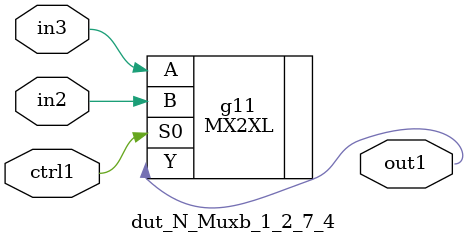
<source format=v>
`timescale 1ps / 1ps


module dut_N_Muxb_1_2_7_4(in3, in2, ctrl1, out1);
  input in3, in2, ctrl1;
  output out1;
  wire in3, in2, ctrl1;
  wire out1;
  MX2XL g11(.A (in3), .B (in2), .S0 (ctrl1), .Y (out1));
endmodule



</source>
